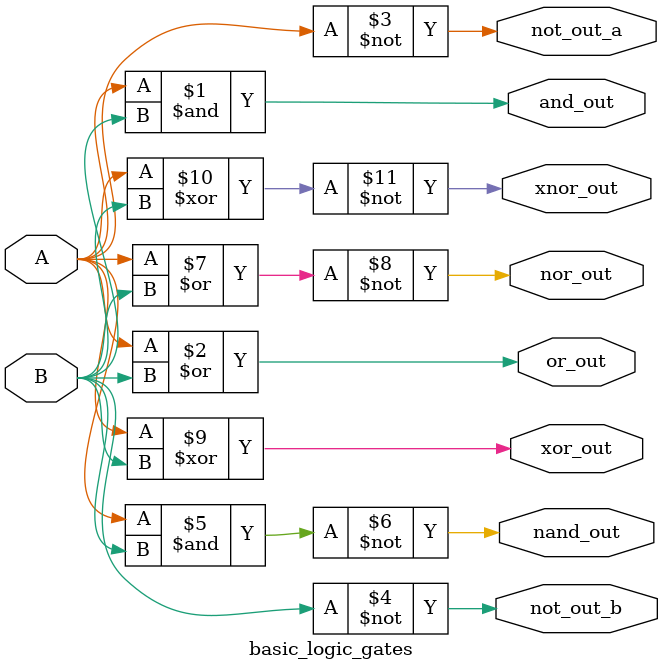
<source format=v>
`timescale 1ns / 1ps


module basic_logic_gates(A,B,and_out,or_out,nand_out,nor_out,not_out_a,not_out_b,xor_out,xnor_out);
  input A,B;
  output and_out,or_out,nand_out,nor_out,not_out_a,not_out_b,xor_out,xnor_out;
  
  assign and_out = A & B;
  assign or_out = A | B;
  assign not_out_a = ~A;
  assign not_out_b = ~B;
  assign nand_out = ~(A & B);
  assign nor_out = ~(A | B);
  assign xor_out = A ^ B;
  assign xnor_out = ~(A ^ B);
  
endmodule

</source>
